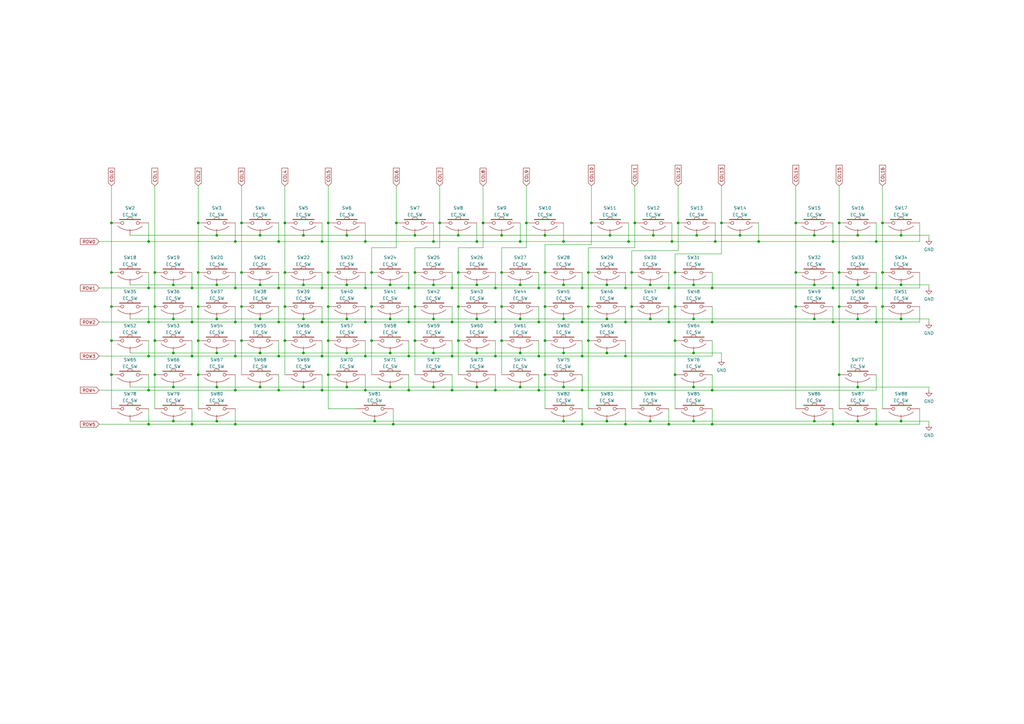
<source format=kicad_sch>
(kicad_sch (version 20211123) (generator eeschema)
  (paper "A3")
  (lib_symbols
    (symbol "cipulot_parts:EC_SW" (pin_numbers hide) (pin_names (offset 1.016) hide)
      (property "Reference" "SW" (at 3.81 2.794 0))
      (property "Value" "EC_SW" (at -3.81 3.81 0))
      (symbol "EC_SW_0_1"
        (arc (start -5.08 -1.27) (mid 0 -3.052) (end 5.08 -1.27))
        (rectangle (start -4.318 1.27) (end 4.318 1.524))
        (polyline (pts (xy -1.016 1.524) (xy -0.762 2.286) (xy 0.762 2.286) (xy 1.016 1.524)))
        (pin passive inverted (at -7.62 0 0) (length 5.08) (name "1") (number "1"))
        (pin passive inverted (at 7.62 0 180) (length 5.08) (name "2") (number "2"))
      )
      (symbol "EC_SW_1_1"
        (pin input line (at 0 -5.08 90) (length 2.54) (name "SG") (number "3"))
      )
    )
    (symbol "power:GND" (power) (pin_names (offset 0))
      (property "Value" "GND" (at 0 -3.81 0))
      (symbol "GND_0_1"
        (polyline (pts (xy 0 0) (xy 0 -1.27) (xy 1.27 -1.27) (xy 0 -2.54) (xy -1.27 -1.27) (xy 0 -1.27)))
      )
      (symbol "GND_1_1"
        (pin power_in line (at 0 0 270) (length 0) hide (name "GND") (number "1"))
      )
    )
  )
  (junction (at 266.7 116.84))
  (junction (at 78.74 146.05))
  (junction (at 152.4 139.7))
  (junction (at 63.5 111.76))
  (junction (at 116.84 111.76))
  (junction (at 187.96 125.73))
  (junction (at 250.19 96.52))
  (junction (at 96.52 160.02))
  (junction (at 242.57 91.44))
  (junction (at 114.3 132.08))
  (junction (at 213.36 144.78))
  (junction (at 359.41 132.08))
  (junction (at 167.64 132.08))
  (junction (at 180.34 91.44))
  (junction (at 170.18 96.52))
  (junction (at 132.08 160.02))
  (junction (at 149.86 118.11))
  (junction (at 177.8 144.78))
  (junction (at 311.15 99.06))
  (junction (at 78.74 118.11))
  (junction (at 152.4 125.73))
  (junction (at 274.32 118.11))
  (junction (at 78.74 173.99))
  (junction (at 259.08 125.73))
  (junction (at 241.3 125.73))
  (junction (at 170.18 111.76))
  (junction (at 88.9 158.75))
  (junction (at 205.74 125.73))
  (junction (at 132.08 146.05))
  (junction (at 344.17 91.44))
  (junction (at 142.24 158.75))
  (junction (at 167.64 146.05))
  (junction (at 248.92 130.81))
  (junction (at 220.98 146.05))
  (junction (at 231.14 172.72))
  (junction (at 259.08 111.76))
  (junction (at 195.58 116.84))
  (junction (at 170.18 139.7))
  (junction (at 60.96 146.05))
  (junction (at 149.86 160.02))
  (junction (at 285.75 96.52))
  (junction (at 160.02 144.78))
  (junction (at 142.24 96.52))
  (junction (at 284.48 172.72))
  (junction (at 88.9 144.78))
  (junction (at 45.72 111.76))
  (junction (at 71.12 172.72))
  (junction (at 88.9 116.84))
  (junction (at 114.3 146.05))
  (junction (at 142.24 130.81))
  (junction (at 63.5 125.73))
  (junction (at 238.76 173.99))
  (junction (at 223.52 111.76))
  (junction (at 341.63 132.08))
  (junction (at 326.39 91.44))
  (junction (at 134.62 125.73))
  (junction (at 195.58 130.81))
  (junction (at 152.4 111.76))
  (junction (at 187.96 139.7))
  (junction (at 96.52 132.08))
  (junction (at 132.08 132.08))
  (junction (at 326.39 111.76))
  (junction (at 45.72 125.73))
  (junction (at 195.58 99.06))
  (junction (at 167.64 160.02))
  (junction (at 132.08 118.11))
  (junction (at 88.9 96.52))
  (junction (at 220.98 132.08))
  (junction (at 124.46 144.78))
  (junction (at 276.86 111.76))
  (junction (at 361.95 111.76))
  (junction (at 369.57 130.81))
  (junction (at 203.2 160.02))
  (junction (at 213.36 158.75))
  (junction (at 341.63 118.11))
  (junction (at 274.32 173.99))
  (junction (at 71.12 116.84))
  (junction (at 149.86 99.06))
  (junction (at 238.76 118.11))
  (junction (at 256.54 132.08))
  (junction (at 295.91 91.44))
  (junction (at 170.18 125.73))
  (junction (at 185.42 118.11))
  (junction (at 162.56 91.44))
  (junction (at 106.68 144.78))
  (junction (at 142.24 144.78))
  (junction (at 351.79 96.52))
  (junction (at 248.92 144.78))
  (junction (at 369.57 96.52))
  (junction (at 99.06 125.73))
  (junction (at 142.24 116.84))
  (junction (at 177.8 130.81))
  (junction (at 231.14 99.06))
  (junction (at 267.97 96.52))
  (junction (at 71.12 158.75))
  (junction (at 116.84 139.7))
  (junction (at 149.86 146.05))
  (junction (at 106.68 116.84))
  (junction (at 257.81 99.06))
  (junction (at 231.14 130.81))
  (junction (at 99.06 139.7))
  (junction (at 134.62 139.7))
  (junction (at 220.98 160.02))
  (junction (at 124.46 96.52))
  (junction (at 284.48 130.81))
  (junction (at 167.64 118.11))
  (junction (at 241.3 139.7))
  (junction (at 45.72 139.7))
  (junction (at 81.28 111.76))
  (junction (at 106.68 96.52))
  (junction (at 45.72 153.67))
  (junction (at 205.74 96.52))
  (junction (at 256.54 173.99))
  (junction (at 88.9 172.72))
  (junction (at 344.17 111.76))
  (junction (at 351.79 172.72))
  (junction (at 60.96 118.11))
  (junction (at 256.54 146.05))
  (junction (at 160.02 130.81))
  (junction (at 238.76 146.05))
  (junction (at 195.58 144.78))
  (junction (at 292.1 118.11))
  (junction (at 223.52 125.73))
  (junction (at 203.2 118.11))
  (junction (at 81.28 139.7))
  (junction (at 132.08 99.06))
  (junction (at 71.12 130.81))
  (junction (at 344.17 125.73))
  (junction (at 223.52 139.7))
  (junction (at 177.8 116.84))
  (junction (at 203.2 146.05))
  (junction (at 293.37 99.06))
  (junction (at 256.54 118.11))
  (junction (at 198.12 91.44))
  (junction (at 274.32 132.08))
  (junction (at 334.01 130.81))
  (junction (at 160.02 158.75))
  (junction (at 205.74 139.7))
  (junction (at 275.59 99.06))
  (junction (at 292.1 132.08))
  (junction (at 266.7 172.72))
  (junction (at 99.06 91.44))
  (junction (at 177.8 158.75))
  (junction (at 81.28 153.67))
  (junction (at 361.95 91.44))
  (junction (at 213.36 99.06))
  (junction (at 369.57 116.84))
  (junction (at 63.5 153.67))
  (junction (at 160.02 116.84))
  (junction (at 185.42 146.05))
  (junction (at 177.8 99.06))
  (junction (at 284.48 116.84))
  (junction (at 99.06 111.76))
  (junction (at 71.12 144.78))
  (junction (at 96.52 173.99))
  (junction (at 195.58 158.75))
  (junction (at 63.5 139.7))
  (junction (at 134.62 91.44))
  (junction (at 114.3 118.11))
  (junction (at 361.95 125.73))
  (junction (at 266.7 130.81))
  (junction (at 96.52 99.06))
  (junction (at 359.41 173.99))
  (junction (at 185.42 132.08))
  (junction (at 334.01 116.84))
  (junction (at 114.3 160.02))
  (junction (at 334.01 172.72))
  (junction (at 149.86 132.08))
  (junction (at 60.96 160.02))
  (junction (at 134.62 111.76))
  (junction (at 359.41 118.11))
  (junction (at 284.48 158.75))
  (junction (at 369.57 172.72))
  (junction (at 241.3 111.76))
  (junction (at 276.86 139.7))
  (junction (at 359.41 99.06))
  (junction (at 326.39 125.73))
  (junction (at 185.42 160.02))
  (junction (at 60.96 99.06))
  (junction (at 231.14 158.75))
  (junction (at 341.63 99.06))
  (junction (at 205.74 111.76))
  (junction (at 351.79 116.84))
  (junction (at 60.96 132.08))
  (junction (at 341.63 173.99))
  (junction (at 153.67 172.72))
  (junction (at 124.46 130.81))
  (junction (at 96.52 146.05))
  (junction (at 60.96 173.99))
  (junction (at 292.1 160.02))
  (junction (at 351.79 158.75))
  (junction (at 106.68 158.75))
  (junction (at 215.9 91.44))
  (junction (at 187.96 111.76))
  (junction (at 231.14 116.84))
  (junction (at 114.3 99.06))
  (junction (at 161.29 173.99))
  (junction (at 124.46 158.75))
  (junction (at 351.79 130.81))
  (junction (at 81.28 91.44))
  (junction (at 292.1 173.99))
  (junction (at 78.74 132.08))
  (junction (at 96.52 118.11))
  (junction (at 187.96 96.52))
  (junction (at 223.52 96.52))
  (junction (at 248.92 116.84))
  (junction (at 213.36 130.81))
  (junction (at 334.01 96.52))
  (junction (at 88.9 130.81))
  (junction (at 134.62 153.67))
  (junction (at 116.84 125.73))
  (junction (at 303.53 96.52))
  (junction (at 45.72 91.44))
  (junction (at 220.98 118.11))
  (junction (at 124.46 116.84))
  (junction (at 106.68 130.81))
  (junction (at 276.86 125.73))
  (junction (at 81.28 125.73))
  (junction (at 203.2 132.08))
  (junction (at 248.92 172.72))
  (junction (at 260.35 91.44))
  (junction (at 238.76 160.02))
  (junction (at 213.36 116.84))
  (junction (at 276.86 153.67))
  (junction (at 116.84 91.44))
  (junction (at 344.17 153.67))
  (junction (at 238.76 132.08))
  (junction (at 231.14 144.78))
  (junction (at 284.48 144.78))
  (junction (at 278.13 91.44))
  (junction (at 223.52 153.67))
  (wire (pts (xy 149.86 111.76) (xy 149.86 118.11)))
  (wire (pts (xy 274.32 167.64) (xy 274.32 173.99)))
  (wire (pts (xy 63.5 111.76) (xy 63.5 125.73)))
  (wire (pts (xy 292.1 146.05) (xy 292.1 139.7)))
  (wire (pts (xy 293.37 99.06) (xy 311.15 99.06)))
  (wire (pts (xy 71.12 172.72) (xy 88.9 172.72)))
  (wire (pts (xy 213.36 144.78) (xy 195.58 144.78)))
  (wire (pts (xy 195.58 144.78) (xy 177.8 144.78)))
  (wire (pts (xy 96.52 167.64) (xy 96.52 173.99)))
  (wire (pts (xy 96.52 153.67) (xy 96.52 160.02)))
  (wire (pts (xy 124.46 96.52) (xy 142.24 96.52)))
  (wire (pts (xy 344.17 111.76) (xy 344.17 125.73)))
  (wire (pts (xy 99.06 111.76) (xy 99.06 125.73)))
  (wire (pts (xy 132.08 91.44) (xy 132.08 99.06)))
  (wire (pts (xy 381 132.08) (xy 381 130.81)))
  (wire (pts (xy 161.29 173.99) (xy 238.76 173.99)))
  (wire (pts (xy 359.41 125.73) (xy 359.41 132.08)))
  (wire (pts (xy 381 173.99) (xy 381 172.72)))
  (wire (pts (xy 231.14 116.84) (xy 213.36 116.84)))
  (wire (pts (xy 167.64 111.76) (xy 167.64 118.11)))
  (wire (pts (xy 284.48 144.78) (xy 295.91 144.78)))
  (wire (pts (xy 215.9 76.2) (xy 215.9 91.44)))
  (wire (pts (xy 274.32 132.08) (xy 292.1 132.08)))
  (wire (pts (xy 99.06 76.2) (xy 99.06 91.44)))
  (wire (pts (xy 170.18 111.76) (xy 170.18 125.73)))
  (wire (pts (xy 114.3 139.7) (xy 114.3 146.05)))
  (wire (pts (xy 134.62 167.64) (xy 134.62 153.67)))
  (wire (pts (xy 53.34 172.72) (xy 71.12 172.72)))
  (wire (pts (xy 132.08 111.76) (xy 132.08 118.11)))
  (wire (pts (xy 359.41 111.76) (xy 359.41 118.11)))
  (wire (pts (xy 203.2 118.11) (xy 220.98 118.11)))
  (wire (pts (xy 238.76 125.73) (xy 238.76 132.08)))
  (wire (pts (xy 278.13 102.87) (xy 278.13 91.44)))
  (wire (pts (xy 359.41 132.08) (xy 377.19 132.08)))
  (wire (pts (xy 195.58 99.06) (xy 213.36 99.06)))
  (wire (pts (xy 220.98 111.76) (xy 220.98 118.11)))
  (wire (pts (xy 344.17 91.44) (xy 344.17 111.76)))
  (wire (pts (xy 213.36 99.06) (xy 231.14 99.06)))
  (wire (pts (xy 248.92 144.78) (xy 284.48 144.78)))
  (wire (pts (xy 106.68 130.81) (xy 124.46 130.81)))
  (wire (pts (xy 256.54 125.73) (xy 256.54 132.08)))
  (wire (pts (xy 170.18 125.73) (xy 170.18 139.7)))
  (wire (pts (xy 334.01 130.81) (xy 351.79 130.81)))
  (wire (pts (xy 274.32 118.11) (xy 292.1 118.11)))
  (wire (pts (xy 185.42 118.11) (xy 203.2 118.11)))
  (wire (pts (xy 60.96 167.64) (xy 60.96 173.99)))
  (wire (pts (xy 134.62 76.2) (xy 134.62 91.44)))
  (wire (pts (xy 198.12 76.2) (xy 198.12 91.44)))
  (wire (pts (xy 60.96 91.44) (xy 60.96 99.06)))
  (wire (pts (xy 205.74 125.73) (xy 205.74 139.7)))
  (wire (pts (xy 285.75 96.52) (xy 303.53 96.52)))
  (wire (pts (xy 152.4 101.6) (xy 162.56 101.6)))
  (wire (pts (xy 248.92 144.78) (xy 231.14 144.78)))
  (wire (pts (xy 223.52 111.76) (xy 223.52 100.33)))
  (wire (pts (xy 78.74 118.11) (xy 96.52 118.11)))
  (wire (pts (xy 71.12 130.81) (xy 88.9 130.81)))
  (wire (pts (xy 60.96 153.67) (xy 60.96 160.02)))
  (wire (pts (xy 341.63 91.44) (xy 341.63 99.06)))
  (wire (pts (xy 257.81 99.06) (xy 275.59 99.06)))
  (wire (pts (xy 248.92 130.81) (xy 266.7 130.81)))
  (wire (pts (xy 284.48 172.72) (xy 334.01 172.72)))
  (wire (pts (xy 256.54 173.99) (xy 274.32 173.99)))
  (wire (pts (xy 292.1 167.64) (xy 292.1 173.99)))
  (wire (pts (xy 45.72 111.76) (xy 45.72 125.73)))
  (wire (pts (xy 276.86 153.67) (xy 276.86 139.7)))
  (wire (pts (xy 134.62 139.7) (xy 134.62 153.67)))
  (wire (pts (xy 231.14 158.75) (xy 284.48 158.75)))
  (wire (pts (xy 292.1 111.76) (xy 292.1 118.11)))
  (wire (pts (xy 238.76 146.05) (xy 256.54 146.05)))
  (wire (pts (xy 160.02 144.78) (xy 142.24 144.78)))
  (wire (pts (xy 242.57 76.2) (xy 242.57 91.44)))
  (wire (pts (xy 295.91 76.2) (xy 295.91 91.44)))
  (wire (pts (xy 170.18 111.76) (xy 170.18 101.6)))
  (wire (pts (xy 114.3 125.73) (xy 114.3 132.08)))
  (wire (pts (xy 195.58 130.81) (xy 213.36 130.81)))
  (wire (pts (xy 231.14 91.44) (xy 231.14 99.06)))
  (wire (pts (xy 205.74 111.76) (xy 205.74 125.73)))
  (wire (pts (xy 220.98 153.67) (xy 220.98 160.02)))
  (wire (pts (xy 167.64 146.05) (xy 185.42 146.05)))
  (wire (pts (xy 132.08 132.08) (xy 149.86 132.08)))
  (wire (pts (xy 275.59 99.06) (xy 293.37 99.06)))
  (wire (pts (xy 369.57 130.81) (xy 381 130.81)))
  (wire (pts (xy 152.4 111.76) (xy 152.4 101.6)))
  (wire (pts (xy 359.41 91.44) (xy 359.41 99.06)))
  (wire (pts (xy 238.76 167.64) (xy 238.76 173.99)))
  (wire (pts (xy 220.98 118.11) (xy 238.76 118.11)))
  (wire (pts (xy 248.92 172.72) (xy 266.7 172.72)))
  (wire (pts (xy 341.63 125.73) (xy 341.63 132.08)))
  (wire (pts (xy 116.84 76.2) (xy 116.84 91.44)))
  (wire (pts (xy 259.08 125.73) (xy 259.08 111.76)))
  (wire (pts (xy 40.64 160.02) (xy 60.96 160.02)))
  (wire (pts (xy 132.08 118.11) (xy 149.86 118.11)))
  (wire (pts (xy 278.13 76.2) (xy 278.13 91.44)))
  (wire (pts (xy 369.57 172.72) (xy 381 172.72)))
  (wire (pts (xy 40.64 173.99) (xy 60.96 173.99)))
  (wire (pts (xy 326.39 91.44) (xy 326.39 111.76)))
  (wire (pts (xy 53.34 96.52) (xy 88.9 96.52)))
  (wire (pts (xy 241.3 139.7) (xy 241.3 125.73)))
  (wire (pts (xy 187.96 111.76) (xy 187.96 125.73)))
  (wire (pts (xy 96.52 91.44) (xy 96.52 99.06)))
  (wire (pts (xy 223.52 153.67) (xy 223.52 139.7)))
  (wire (pts (xy 361.95 76.2) (xy 361.95 91.44)))
  (wire (pts (xy 231.14 130.81) (xy 248.92 130.81)))
  (wire (pts (xy 341.63 99.06) (xy 359.41 99.06)))
  (wire (pts (xy 220.98 132.08) (xy 238.76 132.08)))
  (wire (pts (xy 124.46 144.78) (xy 106.68 144.78)))
  (wire (pts (xy 134.62 111.76) (xy 134.62 125.73)))
  (wire (pts (xy 114.3 99.06) (xy 132.08 99.06)))
  (wire (pts (xy 344.17 76.2) (xy 344.17 91.44)))
  (wire (pts (xy 213.36 158.75) (xy 231.14 158.75)))
  (wire (pts (xy 40.64 132.08) (xy 60.96 132.08)))
  (wire (pts (xy 220.98 139.7) (xy 220.98 146.05)))
  (wire (pts (xy 381 97.79) (xy 381 96.52)))
  (wire (pts (xy 195.58 116.84) (xy 177.8 116.84)))
  (wire (pts (xy 361.95 125.73) (xy 361.95 167.64)))
  (wire (pts (xy 215.9 101.6) (xy 215.9 91.44)))
  (wire (pts (xy 180.34 101.6) (xy 180.34 91.44)))
  (wire (pts (xy 205.74 96.52) (xy 223.52 96.52)))
  (wire (pts (xy 381 158.75) (xy 381 160.02)))
  (wire (pts (xy 53.34 130.81) (xy 71.12 130.81)))
  (wire (pts (xy 185.42 111.76) (xy 185.42 118.11)))
  (wire (pts (xy 116.84 139.7) (xy 116.84 153.67)))
  (wire (pts (xy 223.52 153.67) (xy 223.52 167.64)))
  (wire (pts (xy 88.9 116.84) (xy 106.68 116.84)))
  (wire (pts (xy 78.74 173.99) (xy 96.52 173.99)))
  (wire (pts (xy 99.06 91.44) (xy 99.06 111.76)))
  (wire (pts (xy 303.53 96.52) (xy 334.01 96.52)))
  (wire (pts (xy 220.98 160.02) (xy 238.76 160.02)))
  (wire (pts (xy 106.68 96.52) (xy 124.46 96.52)))
  (wire (pts (xy 274.32 111.76) (xy 274.32 118.11)))
  (wire (pts (xy 161.29 167.64) (xy 161.29 173.99)))
  (wire (pts (xy 124.46 158.75) (xy 106.68 158.75)))
  (wire (pts (xy 334.01 96.52) (xy 351.79 96.52)))
  (wire (pts (xy 142.24 144.78) (xy 124.46 144.78)))
  (wire (pts (xy 326.39 111.76) (xy 326.39 125.73)))
  (wire (pts (xy 167.64 160.02) (xy 185.42 160.02)))
  (wire (pts (xy 341.63 173.99) (xy 359.41 173.99)))
  (wire (pts (xy 276.86 167.64) (xy 276.86 153.67)))
  (wire (pts (xy 185.42 146.05) (xy 203.2 146.05)))
  (wire (pts (xy 146.05 167.64) (xy 134.62 167.64)))
  (wire (pts (xy 78.74 139.7) (xy 78.74 146.05)))
  (wire (pts (xy 231.14 99.06) (xy 257.81 99.06)))
  (wire (pts (xy 142.24 158.75) (xy 160.02 158.75)))
  (wire (pts (xy 295.91 104.14) (xy 295.91 91.44)))
  (wire (pts (xy 132.08 125.73) (xy 132.08 132.08)))
  (wire (pts (xy 284.48 116.84) (xy 334.01 116.84)))
  (wire (pts (xy 311.15 99.06) (xy 341.63 99.06)))
  (wire (pts (xy 96.52 125.73) (xy 96.52 132.08)))
  (wire (pts (xy 149.86 99.06) (xy 177.8 99.06)))
  (wire (pts (xy 132.08 139.7) (xy 132.08 146.05)))
  (wire (pts (xy 260.35 76.2) (xy 260.35 91.44)))
  (wire (pts (xy 177.8 91.44) (xy 177.8 99.06)))
  (wire (pts (xy 60.96 139.7) (xy 60.96 146.05)))
  (wire (pts (xy 60.96 111.76) (xy 60.96 118.11)))
  (wire (pts (xy 274.32 125.73) (xy 274.32 132.08)))
  (wire (pts (xy 238.76 139.7) (xy 238.76 146.05)))
  (wire (pts (xy 124.46 130.81) (xy 142.24 130.81)))
  (wire (pts (xy 88.9 116.84) (xy 71.12 116.84)))
  (wire (pts (xy 96.52 173.99) (xy 161.29 173.99)))
  (wire (pts (xy 124.46 158.75) (xy 142.24 158.75)))
  (wire (pts (xy 223.52 100.33) (xy 242.57 100.33)))
  (wire (pts (xy 177.8 158.75) (xy 195.58 158.75)))
  (wire (pts (xy 341.63 132.08) (xy 359.41 132.08)))
  (wire (pts (xy 292.1 132.08) (xy 341.63 132.08)))
  (wire (pts (xy 149.86 146.05) (xy 167.64 146.05)))
  (wire (pts (xy 223.52 96.52) (xy 250.19 96.52)))
  (wire (pts (xy 60.96 125.73) (xy 60.96 132.08)))
  (wire (pts (xy 274.32 173.99) (xy 292.1 173.99)))
  (wire (pts (xy 63.5 76.2) (xy 63.5 111.76)))
  (wire (pts (xy 88.9 172.72) (xy 153.67 172.72)))
  (wire (pts (xy 96.52 99.06) (xy 114.3 99.06)))
  (wire (pts (xy 238.76 118.11) (xy 256.54 118.11)))
  (wire (pts (xy 81.28 111.76) (xy 81.28 125.73)))
  (wire (pts (xy 359.41 118.11) (xy 377.19 118.11)))
  (wire (pts (xy 60.96 118.11) (xy 78.74 118.11)))
  (wire (pts (xy 341.63 167.64) (xy 341.63 173.99)))
  (wire (pts (xy 276.86 139.7) (xy 276.86 125.73)))
  (wire (pts (xy 132.08 146.05) (xy 149.86 146.05)))
  (wire (pts (xy 160.02 116.84) (xy 142.24 116.84)))
  (wire (pts (xy 81.28 76.2) (xy 81.28 91.44)))
  (wire (pts (xy 45.72 76.2) (xy 45.72 91.44)))
  (wire (pts (xy 63.5 125.73) (xy 63.5 139.7)))
  (wire (pts (xy 284.48 158.75) (xy 351.79 158.75)))
  (wire (pts (xy 180.34 91.44) (xy 180.34 76.2)))
  (wire (pts (xy 292.1 173.99) (xy 341.63 173.99)))
  (wire (pts (xy 96.52 146.05) (xy 114.3 146.05)))
  (wire (pts (xy 241.3 125.73) (xy 241.3 111.76)))
  (wire (pts (xy 152.4 111.76) (xy 152.4 125.73)))
  (wire (pts (xy 185.42 153.67) (xy 185.42 160.02)))
  (wire (pts (xy 259.08 102.87) (xy 278.13 102.87)))
  (wire (pts (xy 351.79 96.52) (xy 369.57 96.52)))
  (wire (pts (xy 292.1 160.02) (xy 359.41 160.02)))
  (wire (pts (xy 78.74 146.05) (xy 96.52 146.05)))
  (wire (pts (xy 369.57 96.52) (xy 381 96.52)))
  (wire (pts (xy 351.79 116.84) (xy 334.01 116.84)))
  (wire (pts (xy 334.01 172.72) (xy 351.79 172.72)))
  (wire (pts (xy 81.28 139.7) (xy 81.28 153.67)))
  (wire (pts (xy 177.8 116.84) (xy 160.02 116.84)))
  (wire (pts (xy 114.3 111.76) (xy 114.3 118.11)))
  (wire (pts (xy 149.86 91.44) (xy 149.86 99.06)))
  (wire (pts (xy 160.02 158.75) (xy 177.8 158.75)))
  (wire (pts (xy 170.18 139.7) (xy 170.18 153.67)))
  (wire (pts (xy 187.96 125.73) (xy 187.96 139.7)))
  (wire (pts (xy 205.74 139.7) (xy 205.74 153.67)))
  (wire (pts (xy 96.52 160.02) (xy 114.3 160.02)))
  (wire (pts (xy 96.52 118.11) (xy 114.3 118.11)))
  (wire (pts (xy 114.3 153.67) (xy 114.3 160.02)))
  (wire (pts (xy 242.57 100.33) (xy 242.57 91.44)))
  (wire (pts (xy 341.63 118.11) (xy 359.41 118.11)))
  (wire (pts (xy 344.17 125.73) (xy 344.17 153.67)))
  (wire (pts (xy 231.14 172.72) (xy 248.92 172.72)))
  (wire (pts (xy 341.63 111.76) (xy 341.63 118.11)))
  (wire (pts (xy 185.42 125.73) (xy 185.42 132.08)))
  (wire (pts (xy 71.12 116.84) (xy 53.34 116.84)))
  (wire (pts (xy 142.24 116.84) (xy 124.46 116.84)))
  (wire (pts (xy 60.96 146.05) (xy 78.74 146.05)))
  (wire (pts (xy 114.3 146.05) (xy 132.08 146.05)))
  (wire (pts (xy 60.96 160.02) (xy 96.52 160.02)))
  (wire (pts (xy 45.72 91.44) (xy 45.72 111.76)))
  (wire (pts (xy 295.91 144.78) (xy 295.91 147.32)))
  (wire (pts (xy 187.96 139.7) (xy 187.96 153.67)))
  (wire (pts (xy 351.79 158.75) (xy 381 158.75)))
  (wire (pts (xy 149.86 132.08) (xy 167.64 132.08)))
  (wire (pts (xy 241.3 101.6) (xy 260.35 101.6)))
  (wire (pts (xy 81.28 91.44) (xy 81.28 111.76)))
  (wire (pts (xy 162.56 101.6) (xy 162.56 91.44)))
  (wire (pts (xy 241.3 111.76) (xy 241.3 101.6)))
  (wire (pts (xy 45.72 139.7) (xy 45.72 153.67)))
  (wire (pts (xy 326.39 125.73) (xy 326.39 167.64)))
  (wire (pts (xy 78.74 111.76) (xy 78.74 118.11)))
  (wire (pts (xy 116.84 91.44) (xy 116.84 111.76)))
  (wire (pts (xy 96.52 139.7) (xy 96.52 146.05)))
  (wire (pts (xy 359.41 173.99) (xy 377.19 173.99)))
  (wire (pts (xy 167.64 125.73) (xy 167.64 132.08)))
  (wire (pts (xy 256.54 139.7) (xy 256.54 146.05)))
  (wire (pts (xy 167.64 139.7) (xy 167.64 146.05)))
  (wire (pts (xy 276.86 125.73) (xy 276.86 111.76)))
  (wire (pts (xy 311.15 91.44) (xy 311.15 99.06)))
  (wire (pts (xy 99.06 125.73) (xy 99.06 139.7)))
  (wire (pts (xy 88.9 144.78) (xy 106.68 144.78)))
  (wire (pts (xy 248.92 116.84) (xy 231.14 116.84)))
  (wire (pts (xy 203.2 125.73) (xy 203.2 132.08)))
  (wire (pts (xy 153.67 172.72) (xy 231.14 172.72)))
  (wire (pts (xy 205.74 101.6) (xy 215.9 101.6)))
  (wire (pts (xy 60.96 132.08) (xy 78.74 132.08)))
  (wire (pts (xy 351.79 172.72) (xy 369.57 172.72)))
  (wire (pts (xy 187.96 96.52) (xy 205.74 96.52)))
  (wire (pts (xy 293.37 91.44) (xy 293.37 99.06)))
  (wire (pts (xy 213.36 116.84) (xy 195.58 116.84)))
  (wire (pts (xy 203.2 132.08) (xy 220.98 132.08)))
  (wire (pts (xy 114.3 160.02) (xy 132.08 160.02)))
  (wire (pts (xy 238.76 132.08) (xy 256.54 132.08)))
  (wire (pts (xy 213.36 130.81) (xy 231.14 130.81)))
  (wire (pts (xy 259.08 125.73) (xy 259.08 167.64)))
  (wire (pts (xy 96.52 132.08) (xy 114.3 132.08)))
  (wire (pts (xy 167.64 153.67) (xy 167.64 160.02)))
  (wire (pts (xy 195.58 158.75) (xy 213.36 158.75)))
  (wire (pts (xy 223.52 125.73) (xy 223.52 111.76)))
  (wire (pts (xy 203.2 139.7) (xy 203.2 146.05)))
  (wire (pts (xy 369.57 116.84) (xy 351.79 116.84)))
  (wire (pts (xy 60.96 99.06) (xy 96.52 99.06)))
  (wire (pts (xy 185.42 160.02) (xy 203.2 160.02)))
  (wire (pts (xy 40.64 99.06) (xy 60.96 99.06)))
  (wire (pts (xy 238.76 111.76) (xy 238.76 118.11)))
  (wire (pts (xy 266.7 130.81) (xy 284.48 130.81)))
  (wire (pts (xy 276.86 111.76) (xy 276.86 104.14)))
  (wire (pts (xy 257.81 91.44) (xy 257.81 99.06)))
  (wire (pts (xy 81.28 153.67) (xy 81.28 167.64)))
  (wire (pts (xy 116.84 111.76) (xy 116.84 125.73)))
  (wire (pts (xy 124.46 116.84) (xy 106.68 116.84)))
  (wire (pts (xy 203.2 111.76) (xy 203.2 118.11)))
  (wire (pts (xy 292.1 118.11) (xy 341.63 118.11)))
  (wire (pts (xy 238.76 173.99) (xy 256.54 173.99)))
  (wire (pts (xy 267.97 96.52) (xy 285.75 96.52)))
  (wire (pts (xy 149.86 160.02) (xy 167.64 160.02)))
  (wire (pts (xy 359.41 99.06) (xy 377.19 99.06)))
  (wire (pts (xy 63.5 139.7) (xy 63.5 153.67)))
  (wire (pts (xy 132.08 160.02) (xy 149.86 160.02)))
  (wire (pts (xy 177.8 99.06) (xy 195.58 99.06)))
  (wire (pts (xy 292.1 153.67) (xy 292.1 160.02)))
  (wire (pts (xy 170.18 101.6) (xy 180.34 101.6)))
  (wire (pts (xy 177.8 130.81) (xy 195.58 130.81)))
  (wire (pts (xy 152.4 125.73) (xy 152.4 139.7)))
  (wire (pts (xy 88.9 158.75) (xy 71.12 158.75)))
  (wire (pts (xy 344.17 153.67) (xy 344.17 167.64)))
  (wire (pts (xy 185.42 132.08) (xy 203.2 132.08)))
  (wire (pts (xy 160.02 130.81) (xy 177.8 130.81)))
  (wire (pts (xy 377.19 125.73) (xy 377.19 132.08)))
  (wire (pts (xy 63.5 153.67) (xy 63.5 167.64)))
  (wire (pts (xy 134.62 125.73) (xy 134.62 139.7)))
  (wire (pts (xy 256.54 132.08) (xy 274.32 132.08)))
  (wire (pts (xy 185.42 139.7) (xy 185.42 146.05)))
  (wire (pts (xy 114.3 118.11) (xy 132.08 118.11)))
  (wire (pts (xy 142.24 130.81) (xy 160.02 130.81)))
  (wire (pts (xy 96.52 111.76) (xy 96.52 118.11)))
  (wire (pts (xy 256.54 111.76) (xy 256.54 118.11)))
  (wire (pts (xy 177.8 144.78) (xy 160.02 144.78)))
  (wire (pts (xy 88.9 130.81) (xy 106.68 130.81)))
  (wire (pts (xy 326.39 76.2) (xy 326.39 91.44)))
  (wire (pts (xy 377.19 167.64) (xy 377.19 173.99)))
  (wire (pts (xy 149.86 153.67) (xy 149.86 160.02)))
  (wire (pts (xy 241.3 139.7) (xy 241.3 167.64)))
  (wire (pts (xy 266.7 116.84) (xy 248.92 116.84)))
  (wire (pts (xy 381 116.84) (xy 381 118.11)))
  (wire (pts (xy 99.06 139.7) (xy 99.06 153.67)))
  (wire (pts (xy 259.08 111.76) (xy 259.08 102.87)))
  (wire (pts (xy 187.96 111.76) (xy 187.96 101.6)))
  (wire (pts (xy 351.79 130.81) (xy 369.57 130.81)))
  (wire (pts (xy 71.12 144.78) (xy 53.34 144.78)))
  (wire (pts (xy 142.24 96.52) (xy 170.18 96.52)))
  (wire (pts (xy 78.74 132.08) (xy 96.52 132.08)))
  (wire (pts (xy 88.9 96.52) (xy 106.68 96.52)))
  (wire (pts (xy 223.52 139.7) (xy 223.52 125.73)))
  (wire (pts (xy 250.19 96.52) (xy 267.97 96.52)))
  (wire (pts (xy 167.64 132.08) (xy 185.42 132.08)))
  (wire (pts (xy 203.2 160.02) (xy 220.98 160.02)))
  (wire (pts (xy 78.74 167.64) (xy 78.74 173.99)))
  (wire (pts (xy 132.08 99.06) (xy 149.86 99.06)))
  (wire (pts (xy 116.84 125.73) (xy 116.84 139.7)))
  (wire (pts (xy 81.28 125.73) (xy 81.28 139.7)))
  (wire (pts (xy 40.64 146.05) (xy 60.96 146.05)))
  (wire (pts (xy 292.1 125.73) (xy 292.1 132.08)))
  (wire (pts (xy 256.54 167.64) (xy 256.54 173.99)))
  (wire (pts (xy 361.95 91.44) (xy 361.95 111.76)))
  (wire (pts (xy 114.3 91.44) (xy 114.3 99.06)))
  (wire (pts (xy 213.36 91.44) (xy 213.36 99.06)))
  (wire (pts (xy 45.72 153.67) (xy 45.72 167.64)))
  (wire (pts (xy 149.86 125.73) (xy 149.86 132.08)))
  (wire (pts (xy 359.41 167.64) (xy 359.41 173.99)))
  (wire (pts (xy 256.54 146.05) (xy 292.1 146.05)))
  (wire (pts (xy 152.4 139.7) (xy 152.4 153.67)))
  (wire (pts (xy 106.68 158.75) (xy 88.9 158.75)))
  (wire (pts (xy 187.96 101.6) (xy 198.12 101.6)))
  (wire (pts (xy 231.14 144.78) (xy 213.36 144.78)))
  (wire (pts (xy 40.64 118.11) (xy 60.96 118.11)))
  (wire (pts (xy 275.59 91.44) (xy 275.59 99.06)))
  (wire (pts (xy 359.41 153.67) (xy 359.41 160.02)))
  (wire (pts (xy 195.58 91.44) (xy 195.58 99.06)))
  (wire (pts (xy 203.2 146.05) (xy 220.98 146.05)))
  (wire (pts (xy 276.86 104.14) (xy 295.91 104.14)))
  (wire (pts (xy 162.56 76.2) (xy 162.56 91.44)))
  (wire (pts (xy 134.62 91.44) (xy 134.62 111.76)))
  (wire (pts (xy 377.19 111.76) (xy 377.19 118.11)))
  (wire (pts (xy 132.08 153.67) (xy 132.08 160.02)))
  (wire (pts (xy 203.2 153.67) (xy 203.2 160.02)))
  (wire (pts (xy 78.74 125.73) (xy 78.74 132.08)))
  (wire (pts (xy 198.12 101.6) (xy 198.12 91.44)))
  (wire (pts (xy 114.3 132.08) (xy 132.08 132.08)))
  (wire (pts (xy 238.76 153.67) (xy 238.76 160.02)))
  (wire (pts (xy 170.18 96.52) (xy 187.96 96.52)))
  (wire (pts (xy 284.48 116.84) (xy 266.7 116.84)))
  (wire (pts (xy 60.96 173.99) (xy 78.74 173.99)))
  (wire (pts (xy 167.64 118.11) (xy 185.42 118.11)))
  (wire (pts (xy 369.57 116.84) (xy 381 116.84)))
  (wire (pts (xy 88.9 144.78) (xy 71.12 144.78)))
  (wire (pts (xy 220.98 146.05) (xy 238.76 146.05)))
  (wire (pts (xy 45.72 125.73) (xy 45.72 139.7)))
  (wire (pts (xy 238.76 160.02) (xy 292.1 160.02)))
  (wire (pts (xy 220.98 125.73) (xy 220.98 132.08)))
  (wire (pts (xy 284.48 130.81) (xy 334.01 130.81)))
  (wire (pts (xy 149.86 118.11) (xy 167.64 118.11)))
  (wire (pts (xy 256.54 118.11) (xy 274.32 118.11)))
  (wire (pts (xy 260.35 101.6) (xy 260.35 91.44)))
  (wire (pts (xy 149.86 139.7) (xy 149.86 146.05)))
  (wire (pts (xy 377.19 91.44) (xy 377.19 99.06)))
  (wire (pts (xy 205.74 111.76) (xy 205.74 101.6)))
  (wire (pts (xy 71.12 158.75) (xy 53.34 158.75)))
  (wire (pts (xy 361.95 111.76) (xy 361.95 125.73)))
  (wire (pts (xy 266.7 172.72) (xy 284.48 172.72)))
  (global_label "COL12" (shape input) (at 278.13 76.2 90) (property "Intersheet References" "${INTERSHEET_REFS}" (effects hide)))
  (global_label "ROW1" (shape input) (at 40.64 118.11 180) (property "Intersheet References" "${INTERSHEET_REFS}" (effects hide)))
  (global_label "COL4" (shape input) (at 116.84 76.2 90) (property "Intersheet References" "${INTERSHEET_REFS}" (effects hide)))
  (global_label "COL8" (shape input) (at 198.12 76.2 90) (property "Intersheet References" "${INTERSHEET_REFS}" (effects hide)))
  (global_label "COL13" (shape input) (at 295.91 76.2 90) (property "Intersheet References" "${INTERSHEET_REFS}" (effects hide)))
  (global_label "COL15" (shape input) (at 344.17 76.2 90) (property "Intersheet References" "${INTERSHEET_REFS}" (effects hide)))
  (global_label "ROW0" (shape input) (at 40.64 99.06 180) (property "Intersheet References" "${INTERSHEET_REFS}" (effects hide)))
  (global_label "COL0" (shape input) (at 45.72 76.2 90) (property "Intersheet References" "${INTERSHEET_REFS}" (effects hide)))
  (global_label "ROW4" (shape input) (at 40.64 160.02 180) (property "Intersheet References" "${INTERSHEET_REFS}" (effects hide)))
  (global_label "ROW2" (shape input) (at 40.64 132.08 180) (property "Intersheet References" "${INTERSHEET_REFS}" (effects hide)))
  (global_label "COL2" (shape input) (at 81.28 76.2 90) (property "Intersheet References" "${INTERSHEET_REFS}" (effects hide)))
  (global_label "ROW5" (shape input) (at 40.64 173.99 180) (property "Intersheet References" "${INTERSHEET_REFS}" (effects hide)))
  (global_label "COL10" (shape input) (at 242.57 76.2 90) (property "Intersheet References" "${INTERSHEET_REFS}" (effects hide)))
  (global_label "COL7" (shape input) (at 180.34 76.2 90) (property "Intersheet References" "${INTERSHEET_REFS}" (effects hide)))
  (global_label "COL1" (shape input) (at 63.5 76.2 90) (property "Intersheet References" "${INTERSHEET_REFS}" (effects hide)))
  (global_label "ROW3" (shape input) (at 40.64 146.05 180) (property "Intersheet References" "${INTERSHEET_REFS}" (effects hide)))
  (global_label "COL5" (shape input) (at 134.62 76.2 90) (property "Intersheet References" "${INTERSHEET_REFS}" (effects hide)))
  (global_label "COL9" (shape input) (at 215.9 76.2 90) (property "Intersheet References" "${INTERSHEET_REFS}" (effects hide)))
  (global_label "COL14" (shape input) (at 326.39 76.2 90) (property "Intersheet References" "${INTERSHEET_REFS}" (effects hide)))
  (global_label "COL6" (shape input) (at 162.56 76.2 90) (property "Intersheet References" "${INTERSHEET_REFS}" (effects hide)))
  (global_label "COL11" (shape input) (at 260.35 76.2 90) (property "Intersheet References" "${INTERSHEET_REFS}" (effects hide)))
  (global_label "COL3" (shape input) (at 99.06 76.2 90) (property "Intersheet References" "${INTERSHEET_REFS}" (effects hide)))
  (global_label "COL16" (shape input) (at 361.95 76.2 90) (property "Intersheet References" "${INTERSHEET_REFS}" (effects hide)))
  (symbol (lib_id "cipulot_parts:EC_SW") (at 284.48 125.73 0) (unit 1)
    (property "Reference" "SW48" (at 284.48 119.6045 0))
    (property "Value" "EC_SW" (at 284.48 122.3796 0))
    (property "Footprint" "cipulot_parts:ecs_pad" (effects hide))
  )
  (symbol (lib_id "cipulot_parts:EC_SW") (at 351.79 167.64 0) (unit 1)
    (property "Reference" "SW87" (at 351.79 161.5145 0))
    (property "Value" "EC_SW" (at 351.79 164.2896 0))
    (property "Footprint" "cipulot_parts:ecs_pad" (effects hide))
  )
  (symbol (lib_id "cipulot_parts:EC_SW") (at 53.34 167.64 0) (unit 1)
    (property "Reference" "SW78" (at 53.34 161.5145 0))
    (property "Value" "EC_SW" (at 53.34 164.2896 0))
    (property "Footprint" "cipulot_parts:ecs_pad" (effects hide))
  )
  (symbol (lib_id "cipulot_parts:EC_SW") (at 284.48 111.76 0) (unit 1)
    (property "Reference" "SW31" (at 284.48 105.6345 0))
    (property "Value" "EC_SW" (at 284.48 108.4096 0))
    (property "Footprint" "cipulot_parts:ecs_pad" (effects hide))
  )
  (symbol (lib_id "power:GND") (at 381 173.99 0) (unit 1)
    (property "Reference" "#PWR?" (effects hide))
    (property "Value" "GND" (at 381 178.5525 0))
  )
  (symbol (lib_id "cipulot_parts:EC_SW") (at 231.14 125.73 0) (unit 1)
    (property "Reference" "SW45" (at 231.14 119.6045 0))
    (property "Value" "EC_SW" (at 231.14 122.3796 0))
    (property "Footprint" "cipulot_parts:ecs_pad" (effects hide))
  )
  (symbol (lib_id "cipulot_parts:EC_SW") (at 71.12 153.67 0) (unit 1)
    (property "Reference" "SW66" (at 71.12 147.5445 0))
    (property "Value" "EC_SW" (at 71.12 150.3196 0))
    (property "Footprint" "cipulot_parts:ecs_pad" (effects hide))
  )
  (symbol (lib_id "cipulot_parts:EC_SW") (at 53.34 139.7 0) (unit 1)
    (property "Reference" "SW52" (at 53.34 133.5745 0))
    (property "Value" "EC_SW" (at 53.34 136.3496 0))
    (property "Footprint" "cipulot_parts:ecs_pad" (effects hide))
  )
  (symbol (lib_id "cipulot_parts:EC_SW") (at 142.24 91.44 0) (unit 1)
    (property "Reference" "SW6" (at 142.24 85.3145 0))
    (property "Value" "EC_SW" (at 142.24 88.0896 0))
    (property "Footprint" "cipulot_parts:ecs_pad" (effects hide))
  )
  (symbol (lib_id "cipulot_parts:EC_SW") (at 369.57 167.64 0) (unit 1)
    (property "Reference" "SW88" (at 369.57 161.5145 0))
    (property "Value" "EC_SW" (at 369.57 164.2896 0))
    (property "Footprint" "cipulot_parts:ecs_pad" (effects hide))
  )
  (symbol (lib_id "cipulot_parts:EC_SW") (at 53.34 91.44 0) (unit 1)
    (property "Reference" "SW2" (at 53.34 85.3145 0))
    (property "Value" "EC_SW" (at 53.34 88.0896 0))
    (property "Footprint" "cipulot_parts:ecs_pad" (effects hide))
  )
  (symbol (lib_id "cipulot_parts:EC_SW") (at 106.68 153.67 0) (unit 1)
    (property "Reference" "SW68" (at 106.68 147.5445 0))
    (property "Value" "EC_SW" (at 106.68 150.3196 0))
    (property "Footprint" "cipulot_parts:ecs_pad" (effects hide))
  )
  (symbol (lib_id "cipulot_parts:EC_SW") (at 88.9 111.76 0) (unit 1)
    (property "Reference" "SW20" (at 88.9 105.6345 0))
    (property "Value" "EC_SW" (at 88.9 108.4096 0))
    (property "Footprint" "cipulot_parts:ecs_pad" (effects hide))
  )
  (symbol (lib_id "cipulot_parts:EC_SW") (at 213.36 153.67 0) (unit 1)
    (property "Reference" "SW74" (at 213.36 147.5445 0))
    (property "Value" "EC_SW" (at 213.36 150.3196 0))
    (property "Footprint" "cipulot_parts:ecs_pad" (effects hide))
  )
  (symbol (lib_id "cipulot_parts:EC_SW") (at 88.9 153.67 0) (unit 1)
    (property "Reference" "SW67" (at 88.9 147.5445 0))
    (property "Value" "EC_SW" (at 88.9 150.3196 0))
    (property "Footprint" "cipulot_parts:ecs_pad" (effects hide))
  )
  (symbol (lib_id "cipulot_parts:EC_SW") (at 142.24 111.76 0) (unit 1)
    (property "Reference" "SW23" (at 142.24 105.6345 0))
    (property "Value" "EC_SW" (at 142.24 108.4096 0))
    (property "Footprint" "cipulot_parts:ecs_pad" (effects hide))
  )
  (symbol (lib_id "cipulot_parts:EC_SW") (at 334.01 91.44 0) (unit 1)
    (property "Reference" "SW15" (at 334.01 85.3145 0))
    (property "Value" "EC_SW" (at 334.01 88.0896 0))
    (property "Footprint" "cipulot_parts:ecs_pad" (effects hide))
  )
  (symbol (lib_id "cipulot_parts:EC_SW") (at 231.14 167.64 0) (unit 1)
    (property "Reference" "SW82" (at 231.14 161.5145 0))
    (property "Value" "EC_SW" (at 231.14 164.2896 0))
    (property "Footprint" "cipulot_parts:ecs_pad" (effects hide))
  )
  (symbol (lib_id "cipulot_parts:EC_SW") (at 71.12 125.73 0) (unit 1)
    (property "Reference" "SW36" (at 71.12 119.6045 0))
    (property "Value" "EC_SW" (at 71.12 122.3796 0))
    (property "Footprint" "cipulot_parts:ecs_pad" (effects hide))
  )
  (symbol (lib_id "cipulot_parts:EC_SW") (at 142.24 139.7 0) (unit 1)
    (property "Reference" "SW57" (at 142.24 133.5745 0))
    (property "Value" "EC_SW" (at 142.24 136.3496 0))
    (property "Footprint" "cipulot_parts:ecs_pad" (effects hide))
  )
  (symbol (lib_id "cipulot_parts:EC_SW") (at 284.48 139.7 0) (unit 1)
    (property "Reference" "SW64" (at 284.48 133.5745 0))
    (property "Value" "EC_SW" (at 284.48 136.3496 0))
    (property "Footprint" "cipulot_parts:ecs_pad" (effects hide))
  )
  (symbol (lib_id "cipulot_parts:EC_SW") (at 351.79 125.73 0) (unit 1)
    (property "Reference" "SW50" (at 351.79 119.6045 0))
    (property "Value" "EC_SW" (at 351.79 122.3796 0))
    (property "Footprint" "cipulot_parts:ecs_pad" (effects hide))
  )
  (symbol (lib_id "cipulot_parts:EC_SW") (at 106.68 111.76 0) (unit 1)
    (property "Reference" "SW21" (at 106.68 105.6345 0))
    (property "Value" "EC_SW" (at 106.68 108.4096 0))
    (property "Footprint" "cipulot_parts:ecs_pad" (effects hide))
  )
  (symbol (lib_id "power:GND") (at 295.91 147.32 0) (unit 1)
    (property "Reference" "#PWR?" (effects hide))
    (property "Value" "GND" (at 295.91 151.8825 0))
  )
  (symbol (lib_id "cipulot_parts:EC_SW") (at 213.36 139.7 0) (unit 1)
    (property "Reference" "SW61" (at 213.36 133.5745 0))
    (property "Value" "EC_SW" (at 213.36 136.3496 0))
    (property "Footprint" "cipulot_parts:ecs_pad" (effects hide))
  )
  (symbol (lib_id "cipulot_parts:EC_SW") (at 369.57 111.76 0) (unit 1)
    (property "Reference" "SW34" (at 369.57 105.6345 0))
    (property "Value" "EC_SW" (at 369.57 108.4096 0))
    (property "Footprint" "cipulot_parts:ecs_pad" (effects hide))
  )
  (symbol (lib_id "cipulot_parts:EC_SW") (at 160.02 139.7 0) (unit 1)
    (property "Reference" "SW58" (at 160.02 133.5745 0))
    (property "Value" "EC_SW" (at 160.02 136.3496 0))
    (property "Footprint" "cipulot_parts:ecs_pad" (effects hide))
  )
  (symbol (lib_id "cipulot_parts:EC_SW") (at 88.9 91.44 0) (unit 1)
    (property "Reference" "SW3" (at 88.9 85.3145 0))
    (property "Value" "EC_SW" (at 88.9 88.0896 0))
    (property "Footprint" "cipulot_parts:ecs_pad" (effects hide))
  )
  (symbol (lib_id "cipulot_parts:EC_SW") (at 88.9 139.7 0) (unit 1)
    (property "Reference" "SW54" (at 88.9 133.5745 0))
    (property "Value" "EC_SW" (at 88.9 136.3496 0))
    (property "Footprint" "cipulot_parts:ecs_pad" (effects hide))
  )
  (symbol (lib_id "cipulot_parts:EC_SW") (at 106.68 139.7 0) (unit 1)
    (property "Reference" "SW55" (at 106.68 133.5745 0))
    (property "Value" "EC_SW" (at 106.68 136.3496 0))
    (property "Footprint" "cipulot_parts:ecs_pad" (effects hide))
  )
  (symbol (lib_id "cipulot_parts:EC_SW") (at 231.14 139.7 0) (unit 1)
    (property "Reference" "SW62" (at 231.14 133.5745 0))
    (property "Value" "EC_SW" (at 231.14 136.3496 0))
    (property "Footprint" "cipulot_parts:ecs_pad" (effects hide))
  )
  (symbol (lib_id "cipulot_parts:EC_SW") (at 153.67 167.64 0) (unit 1)
    (property "Reference" "SW81" (at 153.67 161.5145 0))
    (property "Value" "EC_SW" (at 153.67 164.2896 0))
    (property "Footprint" "cipulot_parts:ecs_pad" (effects hide))
  )
  (symbol (lib_id "cipulot_parts:EC_SW") (at 195.58 125.73 0) (unit 1)
    (property "Reference" "SW43" (at 195.58 119.6045 0))
    (property "Value" "EC_SW" (at 195.58 122.3796 0))
    (property "Footprint" "cipulot_parts:ecs_pad" (effects hide))
  )
  (symbol (lib_id "cipulot_parts:EC_SW") (at 369.57 91.44 0) (unit 1)
    (property "Reference" "SW17" (at 369.57 85.3145 0))
    (property "Value" "EC_SW" (at 369.57 88.0896 0))
    (property "Footprint" "cipulot_parts:ecs_pad" (effects hide))
  )
  (symbol (lib_id "cipulot_parts:EC_SW") (at 250.19 91.44 0) (unit 1)
    (property "Reference" "SW11" (at 250.19 85.3145 0))
    (property "Value" "EC_SW" (at 250.19 88.0896 0))
    (property "Footprint" "cipulot_parts:ecs_pad" (effects hide))
  )
  (symbol (lib_id "cipulot_parts:EC_SW") (at 71.12 111.76 0) (unit 1)
    (property "Reference" "SW19" (at 71.12 105.6345 0))
    (property "Value" "EC_SW" (at 71.12 108.4096 0))
    (property "Footprint" "cipulot_parts:ecs_pad" (effects hide))
  )
  (symbol (lib_id "cipulot_parts:EC_SW") (at 124.46 125.73 0) (unit 1)
    (property "Reference" "SW39" (at 124.46 119.6045 0))
    (property "Value" "EC_SW" (at 124.46 122.3796 0))
    (property "Footprint" "cipulot_parts:ecs_pad" (effects hide))
  )
  (symbol (lib_id "cipulot_parts:EC_SW") (at 53.34 125.73 0) (unit 1)
    (property "Reference" "SW35" (at 53.34 119.6045 0))
    (property "Value" "EC_SW" (at 53.34 122.3796 0))
    (property "Footprint" "cipulot_parts:ecs_pad" (effects hide))
  )
  (symbol (lib_id "cipulot_parts:EC_SW") (at 124.46 153.67 0) (unit 1)
    (property "Reference" "SW69" (at 124.46 147.5445 0))
    (property "Value" "EC_SW" (at 124.46 150.3196 0))
    (property "Footprint" "cipulot_parts:ecs_pad" (effects hide))
  )
  (symbol (lib_id "cipulot_parts:EC_SW") (at 266.7 167.64 0) (unit 1)
    (property "Reference" "SW84" (at 266.7 161.5145 0))
    (property "Value" "EC_SW" (at 266.7 164.2896 0))
    (property "Footprint" "cipulot_parts:ecs_pad" (effects hide))
  )
  (symbol (lib_id "cipulot_parts:EC_SW") (at 369.57 125.73 0) (unit 1)
    (property "Reference" "SW51" (at 369.57 119.6045 0))
    (property "Value" "EC_SW" (at 369.57 122.3796 0))
    (property "Footprint" "cipulot_parts:ecs_pad" (effects hide))
  )
  (symbol (lib_id "cipulot_parts:EC_SW") (at 334.01 167.64 0) (unit 1)
    (property "Reference" "SW86" (at 334.01 161.5145 0))
    (property "Value" "EC_SW" (at 334.01 164.2896 0))
    (property "Footprint" "cipulot_parts:ecs_pad" (effects hide))
  )
  (symbol (lib_id "cipulot_parts:EC_SW") (at 177.8 111.76 0) (unit 1)
    (property "Reference" "SW25" (at 177.8 105.6345 0))
    (property "Value" "EC_SW" (at 177.8 108.4096 0))
    (property "Footprint" "cipulot_parts:ecs_pad" (effects hide))
  )
  (symbol (lib_id "cipulot_parts:EC_SW") (at 266.7 125.73 0) (unit 1)
    (property "Reference" "SW47" (at 266.7 119.6045 0))
    (property "Value" "EC_SW" (at 266.7 122.3796 0))
    (property "Footprint" "cipulot_parts:ecs_pad" (effects hide))
  )
  (symbol (lib_id "cipulot_parts:EC_SW") (at 303.53 91.44 0) (unit 1)
    (property "Reference" "SW14" (at 303.53 85.3145 0))
    (property "Value" "EC_SW" (at 303.53 88.0896 0))
    (property "Footprint" "cipulot_parts:ecs_pad" (effects hide))
  )
  (symbol (lib_id "cipulot_parts:EC_SW") (at 53.34 111.76 0) (unit 1)
    (property "Reference" "SW18" (at 53.34 105.6345 0))
    (property "Value" "EC_SW" (at 53.34 108.4096 0))
    (property "Footprint" "cipulot_parts:ecs_pad" (effects hide))
  )
  (symbol (lib_id "cipulot_parts:EC_SW") (at 205.74 91.44 0) (unit 1)
    (property "Reference" "SW9" (at 205.74 85.3145 0))
    (property "Value" "EC_SW" (at 205.74 88.0896 0))
    (property "Footprint" "cipulot_parts:ecs_pad" (effects hide))
  )
  (symbol (lib_id "power:GND") (at 381 132.08 0) (unit 1)
    (property "Reference" "#PWR?" (effects hide))
    (property "Value" "GND" (at 381 136.6425 0))
  )
  (symbol (lib_id "cipulot_parts:EC_SW") (at 284.48 167.64 0) (unit 1)
    (property "Reference" "SW85" (at 284.48 161.5145 0))
    (property "Value" "EC_SW" (at 284.48 164.2896 0))
    (property "Footprint" "cipulot_parts:ecs_pad" (effects hide))
  )
  (symbol (lib_id "cipulot_parts:EC_SW") (at 142.24 153.67 0) (unit 1)
    (property "Reference" "SW70" (at 142.24 147.5445 0))
    (property "Value" "EC_SW" (at 142.24 150.3196 0))
    (property "Footprint" "cipulot_parts:ecs_pad" (effects hide))
  )
  (symbol (lib_id "cipulot_parts:EC_SW") (at 124.46 139.7 0) (unit 1)
    (property "Reference" "SW56" (at 124.46 133.5745 0))
    (property "Value" "EC_SW" (at 124.46 136.3496 0))
    (property "Footprint" "cipulot_parts:ecs_pad" (effects hide))
  )
  (symbol (lib_id "cipulot_parts:EC_SW") (at 351.79 153.67 0) (unit 1)
    (property "Reference" "SW77" (at 351.79 147.5445 0))
    (property "Value" "EC_SW" (at 351.79 150.3196 0))
    (property "Footprint" "cipulot_parts:ecs_pad" (effects hide))
  )
  (symbol (lib_id "cipulot_parts:EC_SW") (at 285.75 91.44 0) (unit 1)
    (property "Reference" "SW13" (at 285.75 85.3145 0))
    (property "Value" "EC_SW" (at 285.75 88.0896 0))
    (property "Footprint" "cipulot_parts:ecs_pad" (effects hide))
  )
  (symbol (lib_id "cipulot_parts:EC_SW") (at 334.01 125.73 0) (unit 1)
    (property "Reference" "SW49" (at 334.01 119.6045 0))
    (property "Value" "EC_SW" (at 334.01 122.3796 0))
    (property "Footprint" "cipulot_parts:ecs_pad" (effects hide))
  )
  (symbol (lib_id "cipulot_parts:EC_SW") (at 142.24 125.73 0) (unit 1)
    (property "Reference" "SW40" (at 142.24 119.6045 0))
    (property "Value" "EC_SW" (at 142.24 122.3796 0))
    (property "Footprint" "cipulot_parts:ecs_pad" (effects hide))
  )
  (symbol (lib_id "cipulot_parts:EC_SW") (at 160.02 125.73 0) (unit 1)
    (property "Reference" "SW41" (at 160.02 119.6045 0))
    (property "Value" "EC_SW" (at 160.02 122.3796 0))
    (property "Footprint" "cipulot_parts:ecs_pad" (effects hide))
  )
  (symbol (lib_id "cipulot_parts:EC_SW") (at 124.46 111.76 0) (unit 1)
    (property "Reference" "SW22" (at 124.46 105.6345 0))
    (property "Value" "EC_SW" (at 124.46 108.4096 0))
    (property "Footprint" "cipulot_parts:ecs_pad" (effects hide))
  )
  (symbol (lib_id "cipulot_parts:EC_SW") (at 223.52 91.44 0) (unit 1)
    (property "Reference" "SW10" (at 223.52 85.3145 0))
    (property "Value" "EC_SW" (at 223.52 88.0896 0))
    (property "Footprint" "cipulot_parts:ecs_pad" (effects hide))
  )
  (symbol (lib_id "cipulot_parts:EC_SW") (at 213.36 111.76 0) (unit 1)
    (property "Reference" "SW27" (at 213.36 105.6345 0))
    (property "Value" "EC_SW" (at 213.36 108.4096 0))
    (property "Footprint" "cipulot_parts:ecs_pad" (effects hide))
  )
  (symbol (lib_id "cipulot_parts:EC_SW") (at 177.8 153.67 0) (unit 1)
    (property "Reference" "SW72" (at 177.8 147.5445 0))
    (property "Value" "EC_SW" (at 177.8 150.3196 0))
    (property "Footprint" "cipulot_parts:ecs_pad" (effects hide))
  )
  (symbol (lib_id "power:GND") (at 381 97.79 0) (unit 1)
    (property "Reference" "#PWR?" (effects hide))
    (property "Value" "GND" (at 381 102.3525 0))
  )
  (symbol (lib_id "cipulot_parts:EC_SW") (at 71.12 139.7 0) (unit 1)
    (property "Reference" "SW53" (at 71.12 133.5745 0))
    (property "Value" "EC_SW" (at 71.12 136.3496 0))
    (property "Footprint" "cipulot_parts:ecs_pad" (effects hide))
  )
  (symbol (lib_id "cipulot_parts:EC_SW") (at 106.68 125.73 0) (unit 1)
    (property "Reference" "SW38" (at 106.68 119.6045 0))
    (property "Value" "EC_SW" (at 106.68 122.3796 0))
    (property "Footprint" "cipulot_parts:ecs_pad" (effects hide))
  )
  (symbol (lib_id "power:GND") (at 381 118.11 0) (unit 1)
    (property "Reference" "#PWR?" (effects hide))
    (property "Value" "GND" (at 381 122.6725 0))
  )
  (symbol (lib_id "cipulot_parts:EC_SW") (at 248.92 111.76 0) (unit 1)
    (property "Reference" "SW29" (at 248.92 105.6345 0))
    (property "Value" "EC_SW" (at 248.92 108.4096 0))
    (property "Footprint" "cipulot_parts:ecs_pad" (effects hide))
  )
  (symbol (lib_id "cipulot_parts:EC_SW") (at 88.9 167.64 0) (unit 1)
    (property "Reference" "SW80" (at 88.9 161.5145 0))
    (property "Value" "EC_SW" (at 88.9 164.2896 0))
    (property "Footprint" "cipulot_parts:ecs_pad" (effects hide))
  )
  (symbol (lib_id "cipulot_parts:EC_SW") (at 71.12 167.64 0) (unit 1)
    (property "Reference" "SW79" (at 71.12 161.5145 0))
    (property "Value" "EC_SW" (at 71.12 164.2896 0))
    (property "Footprint" "cipulot_parts:ecs_pad" (effects hide))
  )
  (symbol (lib_id "cipulot_parts:EC_SW") (at 248.92 139.7 0) (unit 1)
    (property "Reference" "SW63" (at 248.92 133.5745 0))
    (property "Value" "EC_SW" (at 248.92 136.3496 0))
    (property "Footprint" "cipulot_parts:ecs_pad" (effects hide))
  )
  (symbol (lib_id "cipulot_parts:EC_SW") (at 195.58 139.7 0) (unit 1)
    (property "Reference" "SW60" (at 195.58 133.5745 0))
    (property "Value" "EC_SW" (at 195.58 136.3496 0))
    (property "Footprint" "cipulot_parts:ecs_pad" (effects hide))
  )
  (symbol (lib_id "cipulot_parts:EC_SW") (at 106.68 91.44 0) (unit 1)
    (property "Reference" "SW4" (at 106.68 85.3145 0))
    (property "Value" "EC_SW" (at 106.68 88.0896 0))
    (property "Footprint" "cipulot_parts:ecs_pad" (effects hide))
  )
  (symbol (lib_id "cipulot_parts:EC_SW") (at 351.79 91.44 0) (unit 1)
    (property "Reference" "SW16" (at 351.79 85.3145 0))
    (property "Value" "EC_SW" (at 351.79 88.0896 0))
    (property "Footprint" "cipulot_parts:ecs_pad" (effects hide))
  )
  (symbol (lib_id "cipulot_parts:EC_SW") (at 160.02 111.76 0) (unit 1)
    (property "Reference" "SW24" (at 160.02 105.6345 0))
    (property "Value" "EC_SW" (at 160.02 108.4096 0))
    (property "Footprint" "cipulot_parts:ecs_pad" (effects hide))
  )
  (symbol (lib_id "cipulot_parts:EC_SW") (at 231.14 153.67 0) (unit 1)
    (property "Reference" "SW75" (at 231.14 147.5445 0))
    (property "Value" "EC_SW" (at 231.14 150.3196 0))
    (property "Footprint" "cipulot_parts:ecs_pad" (effects hide))
  )
  (symbol (lib_id "cipulot_parts:EC_SW") (at 284.48 153.67 0) (unit 1)
    (property "Reference" "SW76" (at 284.48 147.5445 0))
    (property "Value" "EC_SW" (at 284.48 150.3196 0))
    (property "Footprint" "cipulot_parts:ecs_pad" (effects hide))
  )
  (symbol (lib_id "cipulot_parts:EC_SW") (at 160.02 153.67 0) (unit 1)
    (property "Reference" "SW71" (at 160.02 147.5445 0))
    (property "Value" "EC_SW" (at 160.02 150.3196 0))
    (property "Footprint" "cipulot_parts:ecs_pad" (effects hide))
  )
  (symbol (lib_id "power:GND") (at 381 160.02 0) (unit 1)
    (property "Reference" "#PWR?" (effects hide))
    (property "Value" "GND" (at 381 164.5825 0))
  )
  (symbol (lib_id "cipulot_parts:EC_SW") (at 231.14 111.76 0) (unit 1)
    (property "Reference" "SW28" (at 231.14 105.6345 0))
    (property "Value" "EC_SW" (at 231.14 108.4096 0))
    (property "Footprint" "cipulot_parts:ecs_pad" (effects hide))
  )
  (symbol (lib_id "cipulot_parts:EC_SW") (at 195.58 153.67 0) (unit 1)
    (property "Reference" "SW73" (at 195.58 147.5445 0))
    (property "Value" "EC_SW" (at 195.58 150.3196 0))
    (property "Footprint" "cipulot_parts:ecs_pad" (effects hide))
  )
  (symbol (lib_id "cipulot_parts:EC_SW") (at 248.92 125.73 0) (unit 1)
    (property "Reference" "SW46" (at 248.92 119.6045 0))
    (property "Value" "EC_SW" (at 248.92 122.3796 0))
    (property "Footprint" "cipulot_parts:ecs_pad" (effects hide))
  )
  (symbol (lib_id "cipulot_parts:EC_SW") (at 213.36 125.73 0) (unit 1)
    (property "Reference" "SW44" (at 213.36 119.6045 0))
    (property "Value" "EC_SW" (at 213.36 122.3796 0))
    (property "Footprint" "cipulot_parts:ecs_pad" (effects hide))
  )
  (symbol (lib_id "cipulot_parts:EC_SW") (at 248.92 167.64 0) (unit 1)
    (property "Reference" "SW83" (at 248.92 161.5145 0))
    (property "Value" "EC_SW" (at 248.92 164.2896 0))
    (property "Footprint" "cipulot_parts:ecs_pad" (effects hide))
  )
  (symbol (lib_id "cipulot_parts:EC_SW") (at 266.7 111.76 0) (unit 1)
    (property "Reference" "SW30" (at 266.7 105.6345 0))
    (property "Value" "EC_SW" (at 266.7 108.4096 0))
    (property "Footprint" "cipulot_parts:ecs_pad" (effects hide))
  )
  (symbol (lib_id "cipulot_parts:EC_SW") (at 267.97 91.44 0) (unit 1)
    (property "Reference" "SW12" (at 267.97 85.3145 0))
    (property "Value" "EC_SW" (at 267.97 88.0896 0))
    (property "Footprint" "cipulot_parts:ecs_pad" (effects hide))
  )
  (symbol (lib_id "cipulot_parts:EC_SW") (at 334.01 111.76 0) (unit 1)
    (property "Reference" "SW32" (at 334.01 105.6345 0))
    (property "Value" "EC_SW" (at 334.01 108.4096 0))
    (property "Footprint" "cipulot_parts:ecs_pad" (effects hide))
  )
  (symbol (lib_id "cipulot_parts:EC_SW") (at 177.8 139.7 0) (unit 1)
    (property "Reference" "SW59" (at 177.8 133.5745 0))
    (property "Value" "EC_SW" (at 177.8 136.3496 0))
    (property "Footprint" "cipulot_parts:ecs_pad" (effects hide))
  )
  (symbol (lib_id "cipulot_parts:EC_SW") (at 177.8 125.73 0) (unit 1)
    (property "Reference" "SW42" (at 177.8 119.6045 0))
    (property "Value" "EC_SW" (at 177.8 122.3796 0))
    (property "Footprint" "cipulot_parts:ecs_pad" (effects hide))
  )
  (symbol (lib_id "cipulot_parts:EC_SW") (at 124.46 91.44 0) (unit 1)
    (property "Reference" "SW5" (at 124.46 85.3145 0))
    (property "Value" "EC_SW" (at 124.46 88.0896 0))
    (property "Footprint" "cipulot_parts:ecs_pad" (effects hide))
  )
  (symbol (lib_id "cipulot_parts:EC_SW") (at 351.79 111.76 0) (unit 1)
    (property "Reference" "SW33" (at 351.79 105.6345 0))
    (property "Value" "EC_SW" (at 351.79 108.4096 0))
    (property "Footprint" "cipulot_parts:ecs_pad" (effects hide))
  )
  (symbol (lib_id "cipulot_parts:EC_SW") (at 187.96 91.44 0) (unit 1)
    (property "Reference" "SW8" (at 187.96 85.3145 0))
    (property "Value" "EC_SW" (at 187.96 88.0896 0))
    (property "Footprint" "cipulot_parts:ecs_pad" (effects hide))
  )
  (symbol (lib_id "cipulot_parts:EC_SW") (at 88.9 125.73 0) (unit 1)
    (property "Reference" "SW37" (at 88.9 119.6045 0))
    (property "Value" "EC_SW" (at 88.9 122.3796 0))
    (property "Footprint" "cipulot_parts:ecs_pad" (effects hide))
  )
  (symbol (lib_id "cipulot_parts:EC_SW") (at 170.18 91.44 0) (unit 1)
    (property "Reference" "SW7" (at 170.18 85.3145 0))
    (property "Value" "EC_SW" (at 170.18 88.0896 0))
    (property "Footprint" "cipulot_parts:ecs_pad" (effects hide))
  )
  (symbol (lib_id "cipulot_parts:EC_SW") (at 195.58 111.76 0) (unit 1)
    (property "Reference" "SW26" (at 195.58 105.6345 0))
    (property "Value" "EC_SW" (at 195.58 108.4096 0))
    (property "Footprint" "cipulot_parts:ecs_pad" (effects hide))
  )
  (symbol (lib_id "cipulot_parts:EC_SW") (at 53.34 153.67 0) (unit 1)
    (property "Reference" "SW65" (at 53.34 147.5445 0))
    (property "Value" "EC_SW" (at 53.34 150.3196 0))
    (property "Footprint" "cipulot_parts:ecs_pad" (effects hide))
  )
)
</source>
